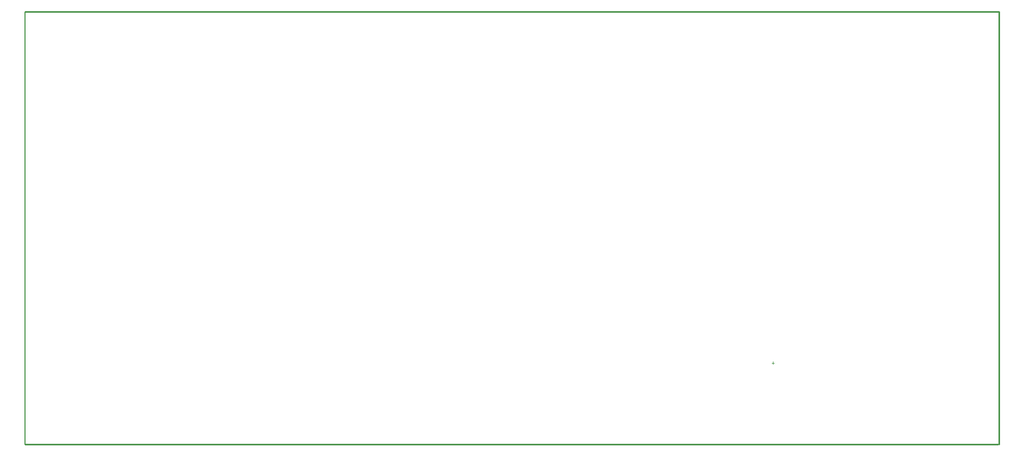
<source format=gm1>
%FSLAX25Y25*%
%MOIN*%
G70*
G01*
G75*
G04 Layer_Color=16777215*
%ADD10R,0.05906X0.07480*%
%ADD11R,0.07480X0.05906*%
%ADD12R,0.04331X0.06693*%
%ADD13R,0.06299X0.06299*%
%ADD14R,0.04331X0.03937*%
%ADD15R,0.08661X0.10236*%
%ADD16R,0.02756X0.05118*%
%ADD17R,0.09449X0.10236*%
%ADD18O,0.02362X0.07677*%
%ADD19O,0.07677X0.02362*%
%ADD20R,0.05118X0.02756*%
%ADD21O,0.01181X0.08268*%
%ADD22O,0.08268X0.01181*%
%ADD23R,0.06693X0.04331*%
%ADD24R,0.09055X0.09055*%
%ADD25R,0.33071X0.41929*%
%ADD26R,0.14961X0.04134*%
%ADD27O,0.09055X0.02756*%
%ADD28R,0.03150X0.18110*%
%ADD29R,0.18110X0.03150*%
%ADD30R,0.08858X0.03150*%
%ADD31R,0.10630X0.13780*%
%ADD32R,0.03150X0.09449*%
%ADD33R,0.03150X0.03937*%
%ADD34R,0.09449X0.07874*%
%ADD35R,0.00984X0.05512*%
%ADD36R,0.08661X0.05906*%
%ADD37C,0.01575*%
%ADD38C,0.00598*%
%ADD39C,0.03937*%
%ADD40C,0.03150*%
%ADD41C,0.00787*%
%ADD42C,0.02756*%
%ADD43C,0.12598*%
%ADD44R,0.05906X0.05906*%
%ADD45C,0.05906*%
%ADD46R,0.05906X0.05906*%
%ADD47C,0.19685*%
%ADD48C,0.06000*%
%ADD49C,0.13780*%
%ADD50C,0.09055*%
%ADD51C,0.12661*%
%ADD52P,0.06213X8X112.5*%
%ADD53O,0.04724X0.09843*%
%ADD54C,0.05000*%
%ADD55R,0.05709X0.07677*%
%ADD56R,0.04724X0.11024*%
%ADD57R,0.11024X0.11024*%
%ADD58C,0.00984*%
%ADD59C,0.02362*%
%ADD60C,0.01000*%
%ADD61R,0.06706X0.08280*%
%ADD62R,0.08280X0.06706*%
%ADD63R,0.05131X0.07493*%
%ADD64R,0.07099X0.07099*%
%ADD65R,0.05131X0.04737*%
%ADD66R,0.09461X0.11036*%
%ADD67R,0.03556X0.05918*%
%ADD68R,0.10249X0.11036*%
%ADD69O,0.03162X0.08477*%
%ADD70O,0.08477X0.03162*%
%ADD71R,0.05918X0.03556*%
%ADD72O,0.01981X0.09068*%
%ADD73O,0.09068X0.01981*%
%ADD74R,0.07493X0.05131*%
%ADD75R,0.09855X0.09855*%
%ADD76R,0.33871X0.42729*%
%ADD77R,0.15761X0.04934*%
%ADD78O,0.09855X0.03556*%
%ADD79R,0.03950X0.18910*%
%ADD80R,0.18910X0.03950*%
%ADD81R,0.09658X0.03950*%
%ADD82R,0.11430X0.14579*%
%ADD83R,0.03950X0.10249*%
%ADD84R,0.03950X0.04737*%
%ADD85R,0.10249X0.08674*%
%ADD86R,0.01784X0.06312*%
%ADD87R,0.09461X0.06706*%
%ADD88C,0.13398*%
%ADD89R,0.06706X0.06706*%
%ADD90C,0.06706*%
%ADD91R,0.06706X0.06706*%
%ADD92C,0.20485*%
%ADD93C,0.06800*%
%ADD94C,0.14579*%
%ADD95C,0.09855*%
%ADD96C,0.13461*%
%ADD97P,0.07079X8X112.5*%
%ADD98O,0.05524X0.10642*%
%ADD99C,0.05800*%
%ADD100R,0.06509X0.08477*%
%ADD101R,0.05524X0.11824*%
%ADD102R,0.11824X0.11824*%
%ADD103C,0.00800*%
%ADD104C,0.00394*%
D38*
X0Y0D02*
Y271654D01*
D60*
Y0D02*
X609449D01*
X610236D02*
Y271654D01*
X0D02*
X610236D01*
D104*
X467717Y51181D02*
X469291D01*
X468504Y50394D02*
Y51968D01*
M02*

</source>
